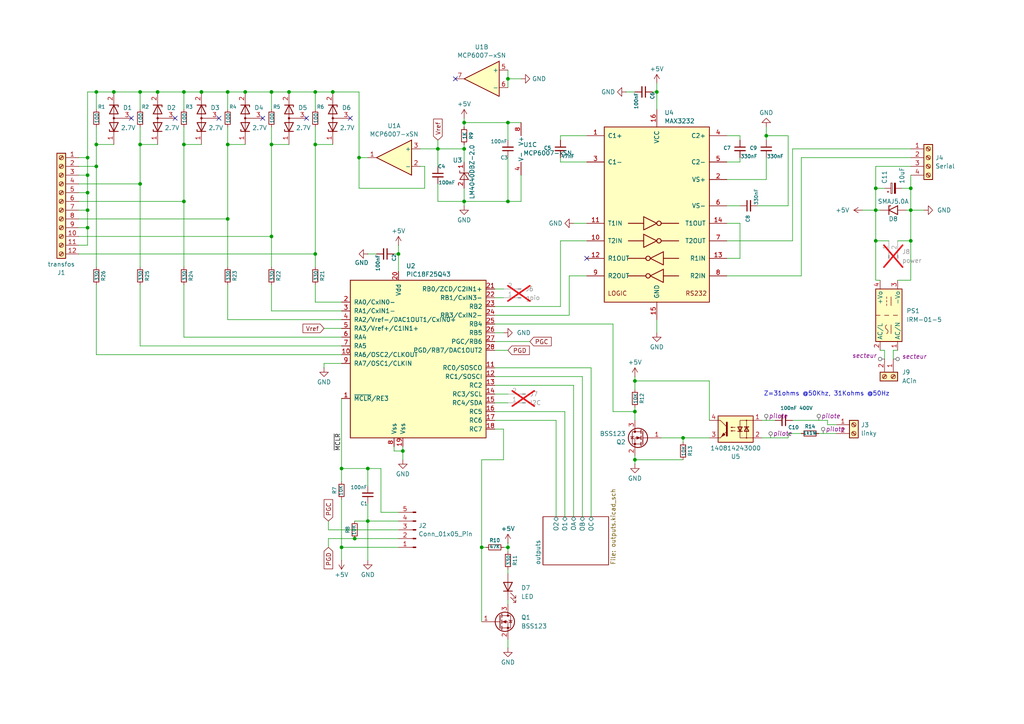
<source format=kicad_sch>
(kicad_sch (version 20231120) (generator "eeschema") (generator_version "8.0")
  (paper "A4")
  (junction (at 53.34 26.67))
  (junction (at 254 69.85))
  (junction (at 190.5 26.67))
  (junction (at 40.64 53.34))
  (junction (at 264.16 54.61))
  (junction (at 25.4 60.96))
  (junction (at 66.04 63.5))
  (junction (at 147.32 158.75))
  (junction (at 78.74 41.91))
  (junction (at 184.15 110.49))
  (junction (at 184.15 133.35))
  (junction (at 254 60.96))
  (junction (at 147.32 22.86))
  (junction (at 264.16 69.85))
  (junction (at 99.06 158.75))
  (junction (at 45.72 26.67))
  (junction (at 66.04 26.67))
  (junction (at 99.06 135.89))
  (junction (at 91.44 26.67))
  (junction (at 147.32 35.56))
  (junction (at 139.7 158.75))
  (junction (at 147.32 58.42))
  (junction (at 27.94 48.26))
  (junction (at 254 54.61))
  (junction (at 25.4 55.88))
  (junction (at 66.04 41.91))
  (junction (at 25.4 66.04))
  (junction (at 40.64 26.67))
  (junction (at 25.4 45.72))
  (junction (at 106.68 135.89))
  (junction (at 53.34 41.91))
  (junction (at 106.68 151.13))
  (junction (at 91.44 41.91))
  (junction (at 127 43.18))
  (junction (at 83.82 26.67))
  (junction (at 78.74 26.67))
  (junction (at 27.94 41.91))
  (junction (at 116.84 130.81))
  (junction (at 198.12 127))
  (junction (at 91.44 73.66))
  (junction (at 71.12 26.67))
  (junction (at 184.15 119.38))
  (junction (at 27.94 26.67))
  (junction (at 25.4 50.8))
  (junction (at 96.52 26.67))
  (junction (at 58.42 26.67))
  (junction (at 115.57 73.66))
  (junction (at 40.64 41.91))
  (junction (at 53.34 58.42))
  (junction (at 222.25 39.37))
  (junction (at 78.74 68.58))
  (junction (at 134.62 43.18))
  (junction (at 104.14 45.72))
  (junction (at 134.62 58.42))
  (junction (at 134.62 35.56))
  (junction (at 33.02 26.67))
  (junction (at 264.16 60.96))
  (junction (at 102.87 156.21))
  (no_connect (at 88.9 34.29))
  (no_connect (at 63.5 34.29))
  (no_connect (at 38.1 34.29))
  (no_connect (at 132.08 22.86))
  (no_connect (at 170.18 74.93))
  (no_connect (at 101.6 34.29))
  (no_connect (at 76.2 34.29))
  (no_connect (at 50.8 34.29))
  (wire (pts (xy 161.29 121.92) (xy 161.29 149.86)))
  (wire (pts (xy 99.06 102.87) (xy 27.94 102.87)))
  (wire (pts (xy 254 69.85) (xy 254 60.96)))
  (wire (pts (xy 99.06 135.89) (xy 99.06 115.57)))
  (wire (pts (xy 25.4 45.72) (xy 25.4 50.8)))
  (wire (pts (xy 71.12 26.67) (xy 78.74 26.67)))
  (wire (pts (xy 91.44 87.63) (xy 91.44 82.55)))
  (wire (pts (xy 229.87 43.18) (xy 229.87 69.85)))
  (wire (pts (xy 262.89 60.96) (xy 264.16 60.96)))
  (wire (pts (xy 190.5 26.67) (xy 190.5 31.75)))
  (wire (pts (xy 106.68 135.89) (xy 106.68 140.97)))
  (wire (pts (xy 58.42 41.91) (xy 53.34 41.91)))
  (wire (pts (xy 151.13 35.56) (xy 147.32 35.56)))
  (wire (pts (xy 228.6 59.69) (xy 228.6 39.37)))
  (wire (pts (xy 232.41 80.01) (xy 210.82 80.01)))
  (wire (pts (xy 147.32 35.56) (xy 147.32 40.64)))
  (wire (pts (xy 106.68 151.13) (xy 106.68 162.56)))
  (wire (pts (xy 143.51 83.82) (xy 146.05 83.82)))
  (wire (pts (xy 139.7 158.75) (xy 139.7 133.35)))
  (wire (pts (xy 27.94 102.87) (xy 27.94 82.55)))
  (wire (pts (xy 229.87 69.85) (xy 210.82 69.85)))
  (wire (pts (xy 95.25 158.75) (xy 95.25 156.21)))
  (wire (pts (xy 147.32 173.99) (xy 147.32 175.26)))
  (wire (pts (xy 95.25 156.21) (xy 102.87 156.21)))
  (wire (pts (xy 22.86 55.88) (xy 25.4 55.88)))
  (wire (pts (xy 260.35 69.85) (xy 264.16 69.85)))
  (wire (pts (xy 91.44 73.66) (xy 91.44 41.91)))
  (wire (pts (xy 166.37 149.86) (xy 166.37 111.76)))
  (wire (pts (xy 58.42 26.67) (xy 53.34 26.67)))
  (wire (pts (xy 27.94 36.83) (xy 27.94 41.91)))
  (wire (pts (xy 147.32 45.72) (xy 147.32 58.42)))
  (wire (pts (xy 127 58.42) (xy 134.62 58.42)))
  (wire (pts (xy 264.16 69.85) (xy 264.16 81.28)))
  (wire (pts (xy 134.62 58.42) (xy 134.62 59.69)))
  (wire (pts (xy 143.51 119.38) (xy 163.83 119.38)))
  (wire (pts (xy 210.82 59.69) (xy 214.63 59.69)))
  (wire (pts (xy 222.25 45.72) (xy 222.25 52.07)))
  (wire (pts (xy 127 48.26) (xy 127 43.18)))
  (wire (pts (xy 214.63 46.99) (xy 214.63 45.72)))
  (wire (pts (xy 104.14 45.72) (xy 106.68 45.72)))
  (wire (pts (xy 165.1 80.01) (xy 170.18 80.01)))
  (wire (pts (xy 143.51 121.92) (xy 161.29 121.92)))
  (wire (pts (xy 228.6 127) (xy 220.98 127)))
  (wire (pts (xy 99.06 97.79) (xy 53.34 97.79)))
  (wire (pts (xy 143.51 93.98) (xy 177.8 93.98)))
  (wire (pts (xy 53.34 58.42) (xy 53.34 41.91)))
  (wire (pts (xy 104.14 45.72) (xy 104.14 26.67)))
  (wire (pts (xy 115.57 73.66) (xy 115.57 78.74)))
  (wire (pts (xy 259.08 104.14) (xy 259.08 101.6)))
  (wire (pts (xy 22.86 58.42) (xy 53.34 58.42)))
  (wire (pts (xy 240.03 121.92) (xy 240.03 123.19)))
  (wire (pts (xy 91.44 36.83) (xy 91.44 41.91)))
  (wire (pts (xy 254 69.85) (xy 257.81 69.85)))
  (wire (pts (xy 147.32 165.1) (xy 147.32 166.37)))
  (wire (pts (xy 210.82 39.37) (xy 214.63 39.37)))
  (wire (pts (xy 162.56 45.72) (xy 162.56 46.99)))
  (wire (pts (xy 168.91 109.22) (xy 143.51 109.22)))
  (wire (pts (xy 232.41 125.73) (xy 228.6 125.73)))
  (wire (pts (xy 191.77 127) (xy 198.12 127)))
  (wire (pts (xy 99.06 135.89) (xy 106.68 135.89)))
  (wire (pts (xy 214.63 39.37) (xy 214.63 40.64)))
  (wire (pts (xy 121.92 43.18) (xy 127 43.18)))
  (wire (pts (xy 162.56 39.37) (xy 162.56 40.64)))
  (wire (pts (xy 254 48.26) (xy 264.16 48.26)))
  (wire (pts (xy 147.32 158.75) (xy 146.05 158.75)))
  (wire (pts (xy 198.12 133.35) (xy 184.15 133.35)))
  (wire (pts (xy 198.12 127) (xy 205.74 127)))
  (wire (pts (xy 163.83 119.38) (xy 163.83 149.86)))
  (wire (pts (xy 205.74 110.49) (xy 184.15 110.49)))
  (wire (pts (xy 214.63 74.93) (xy 214.63 64.77)))
  (wire (pts (xy 25.4 60.96) (xy 25.4 66.04)))
  (wire (pts (xy 91.44 26.67) (xy 91.44 31.75)))
  (wire (pts (xy 134.62 34.29) (xy 134.62 35.56)))
  (wire (pts (xy 205.74 121.92) (xy 205.74 110.49)))
  (wire (pts (xy 240.03 123.19) (xy 242.57 123.19)))
  (wire (pts (xy 198.12 127) (xy 198.12 128.27)))
  (wire (pts (xy 147.32 157.48) (xy 147.32 158.75)))
  (wire (pts (xy 165.1 91.44) (xy 165.1 80.01)))
  (wire (pts (xy 254 54.61) (xy 254 48.26)))
  (wire (pts (xy 264.16 50.8) (xy 264.16 54.61)))
  (wire (pts (xy 229.87 121.92) (xy 240.03 121.92)))
  (wire (pts (xy 27.94 77.47) (xy 27.94 48.26)))
  (wire (pts (xy 147.32 158.75) (xy 147.32 160.02)))
  (wire (pts (xy 237.49 125.73) (xy 242.57 125.73)))
  (wire (pts (xy 143.51 99.06) (xy 153.67 99.06)))
  (wire (pts (xy 53.34 36.83) (xy 53.34 41.91)))
  (wire (pts (xy 40.64 26.67) (xy 40.64 31.75)))
  (wire (pts (xy 143.51 88.9) (xy 162.56 88.9)))
  (wire (pts (xy 147.32 20.32) (xy 147.32 22.86)))
  (wire (pts (xy 147.32 22.86) (xy 151.13 22.86)))
  (wire (pts (xy 40.64 100.33) (xy 40.64 82.55)))
  (wire (pts (xy 93.98 95.25) (xy 99.06 95.25)))
  (wire (pts (xy 170.18 39.37) (xy 162.56 39.37)))
  (wire (pts (xy 109.22 73.66) (xy 106.68 73.66)))
  (wire (pts (xy 143.51 114.3) (xy 147.32 114.3)))
  (wire (pts (xy 177.8 119.38) (xy 184.15 119.38)))
  (wire (pts (xy 71.12 41.91) (xy 66.04 41.91)))
  (wire (pts (xy 146.05 124.46) (xy 143.51 124.46)))
  (wire (pts (xy 140.97 158.75) (xy 139.7 158.75)))
  (wire (pts (xy 45.72 26.67) (xy 40.64 26.67)))
  (wire (pts (xy 40.64 77.47) (xy 40.64 53.34)))
  (wire (pts (xy 264.16 81.28) (xy 260.35 81.28)))
  (wire (pts (xy 210.82 74.93) (xy 214.63 74.93)))
  (wire (pts (xy 134.62 43.18) (xy 134.62 46.99)))
  (wire (pts (xy 114.3 130.81) (xy 116.84 130.81)))
  (wire (pts (xy 104.14 54.61) (xy 123.19 54.61)))
  (wire (pts (xy 177.8 93.98) (xy 177.8 119.38)))
  (wire (pts (xy 102.87 151.13) (xy 106.68 151.13)))
  (wire (pts (xy 83.82 41.91) (xy 78.74 41.91)))
  (wire (pts (xy 162.56 69.85) (xy 170.18 69.85)))
  (wire (pts (xy 166.37 111.76) (xy 143.51 111.76)))
  (wire (pts (xy 123.19 48.26) (xy 123.19 54.61)))
  (wire (pts (xy 134.62 58.42) (xy 134.62 54.61)))
  (wire (pts (xy 147.32 185.42) (xy 147.32 187.96)))
  (wire (pts (xy 95.25 151.13) (xy 95.25 153.67)))
  (wire (pts (xy 25.4 26.67) (xy 25.4 45.72)))
  (wire (pts (xy 184.15 118.11) (xy 184.15 119.38)))
  (wire (pts (xy 99.06 158.75) (xy 99.06 162.56)))
  (wire (pts (xy 256.54 101.6) (xy 255.27 101.6)))
  (wire (pts (xy 264.16 69.85) (xy 264.16 60.96)))
  (wire (pts (xy 184.15 119.38) (xy 184.15 121.92)))
  (wire (pts (xy 151.13 50.8) (xy 151.13 58.42)))
  (wire (pts (xy 53.34 97.79) (xy 53.34 82.55)))
  (wire (pts (xy 143.51 86.36) (xy 146.05 86.36)))
  (wire (pts (xy 102.87 156.21) (xy 115.57 156.21)))
  (wire (pts (xy 256.54 104.14) (xy 256.54 101.6)))
  (wire (pts (xy 22.86 66.04) (xy 25.4 66.04)))
  (wire (pts (xy 115.57 73.66) (xy 114.3 73.66)))
  (wire (pts (xy 25.4 71.12) (xy 22.86 71.12)))
  (wire (pts (xy 184.15 132.08) (xy 184.15 133.35)))
  (wire (pts (xy 184.15 133.35) (xy 184.15 134.62)))
  (wire (pts (xy 261.62 54.61) (xy 264.16 54.61)))
  (wire (pts (xy 53.34 26.67) (xy 53.34 31.75)))
  (wire (pts (xy 71.12 26.67) (xy 66.04 26.67)))
  (wire (pts (xy 106.68 151.13) (xy 115.57 151.13)))
  (wire (pts (xy 254 81.28) (xy 255.27 81.28)))
  (wire (pts (xy 146.05 133.35) (xy 146.05 124.46)))
  (wire (pts (xy 96.52 41.91) (xy 91.44 41.91)))
  (wire (pts (xy 99.06 92.71) (xy 66.04 92.71)))
  (wire (pts (xy 222.25 52.07) (xy 210.82 52.07)))
  (wire (pts (xy 40.64 53.34) (xy 40.64 41.91)))
  (wire (pts (xy 190.5 92.71) (xy 190.5 96.52)))
  (wire (pts (xy 127 43.18) (xy 134.62 43.18)))
  (wire (pts (xy 115.57 158.75) (xy 99.06 158.75)))
  (wire (pts (xy 40.64 36.83) (xy 40.64 41.91)))
  (wire (pts (xy 22.86 50.8) (xy 25.4 50.8)))
  (wire (pts (xy 78.74 68.58) (xy 78.74 41.91)))
  (wire (pts (xy 134.62 35.56) (xy 134.62 36.83)))
  (wire (pts (xy 143.51 116.84) (xy 147.32 116.84)))
  (wire (pts (xy 210.82 46.99) (xy 214.63 46.99)))
  (wire (pts (xy 228.6 39.37) (xy 222.25 39.37)))
  (wire (pts (xy 99.06 90.17) (xy 78.74 90.17)))
  (wire (pts (xy 143.51 101.6) (xy 147.32 101.6)))
  (wire (pts (xy 264.16 54.61) (xy 264.16 60.96)))
  (wire (pts (xy 219.71 59.69) (xy 228.6 59.69)))
  (wire (pts (xy 134.62 41.91) (xy 134.62 43.18)))
  (wire (pts (xy 254 69.85) (xy 254 81.28)))
  (wire (pts (xy 114.3 129.54) (xy 114.3 130.81)))
  (wire (pts (xy 184.15 110.49) (xy 184.15 113.03)))
  (wire (pts (xy 66.04 63.5) (xy 66.04 41.91)))
  (wire (pts (xy 162.56 69.85) (xy 162.56 88.9)))
  (wire (pts (xy 222.25 39.37) (xy 222.25 40.64)))
  (wire (pts (xy 259.08 101.6) (xy 260.35 101.6)))
  (wire (pts (xy 96.52 26.67) (xy 91.44 26.67)))
  (wire (pts (xy 83.82 26.67) (xy 91.44 26.67)))
  (wire (pts (xy 143.51 91.44) (xy 165.1 91.44)))
  (wire (pts (xy 22.86 68.58) (xy 78.74 68.58)))
  (wire (pts (xy 121.92 48.26) (xy 123.19 48.26)))
  (wire (pts (xy 22.86 48.26) (xy 27.94 48.26)))
  (wire (pts (xy 95.25 153.67) (xy 115.57 153.67)))
  (wire (pts (xy 254 54.61) (xy 256.54 54.61)))
  (wire (pts (xy 116.84 130.81) (xy 116.84 133.35)))
  (wire (pts (xy 228.6 125.73) (xy 228.6 127)))
  (wire (pts (xy 78.74 26.67) (xy 83.82 26.67)))
  (wire (pts (xy 93.98 105.41) (xy 99.06 105.41)))
  (wire (pts (xy 222.25 36.83) (xy 222.25 39.37)))
  (wire (pts (xy 22.86 63.5) (xy 66.04 63.5)))
  (wire (pts (xy 134.62 58.42) (xy 147.32 58.42)))
  (wire (pts (xy 162.56 46.99) (xy 170.18 46.99)))
  (wire (pts (xy 27.94 26.67) (xy 27.94 31.75)))
  (wire (pts (xy 45.72 41.91) (xy 40.64 41.91)))
  (wire (pts (xy 45.72 26.67) (xy 53.34 26.67)))
  (wire (pts (xy 134.62 35.56) (xy 147.32 35.56)))
  (wire (pts (xy 116.84 129.54) (xy 116.84 130.81)))
  (wire (pts (xy 66.04 92.71) (xy 66.04 82.55)))
  (wire (pts (xy 190.5 24.13) (xy 190.5 26.67)))
  (wire (pts (xy 96.52 26.67) (xy 104.14 26.67)))
  (wire (pts (xy 264.16 45.72) (xy 232.41 45.72)))
  (wire (pts (xy 104.14 54.61) (xy 104.14 45.72)))
  (wire (pts (xy 22.86 45.72) (xy 25.4 45.72)))
  (wire (pts (xy 171.45 106.68) (xy 143.51 106.68)))
  (wire (pts (xy 22.86 73.66) (xy 91.44 73.66)))
  (wire (pts (xy 33.02 26.67) (xy 40.64 26.67)))
  (wire (pts (xy 147.32 22.86) (xy 147.32 25.4)))
  (wire (pts (xy 25.4 66.04) (xy 25.4 71.12)))
  (wire (pts (xy 22.86 53.34) (xy 40.64 53.34)))
  (wire (pts (xy 127 40.64) (xy 127 43.18)))
  (wire (pts (xy 168.91 149.86) (xy 168.91 109.22)))
  (wire (pts (xy 78.74 77.47) (xy 78.74 68.58)))
  (wire (pts (xy 151.13 58.42) (xy 147.32 58.42)))
  (wire (pts (xy 33.02 41.91) (xy 27.94 41.91)))
  (wire (pts (xy 53.34 77.47) (xy 53.34 58.42)))
  (wire (pts (xy 127 53.34) (xy 127 58.42)))
  (wire (pts (xy 106.68 146.05) (xy 106.68 151.13)))
  (wire (pts (xy 214.63 64.77) (xy 210.82 64.77)))
  (wire (pts (xy 232.41 45.72) (xy 232.41 80.01)))
  (wire (pts (xy 250.19 60.96) (xy 254 60.96)))
  (wire (pts (xy 93.98 106.68) (xy 93.98 105.41)))
  (wire (pts (xy 181.61 26.67) (xy 184.15 26.67)))
  (wire (pts (xy 99.06 100.33) (xy 40.64 100.33)))
  (wire (pts (xy 91.44 77.47) (xy 91.44 73.66)))
  (wire (pts (xy 66.04 26.67) (xy 66.04 31.75)))
  (wire (pts (xy 66.04 36.83) (xy 66.04 41.91)))
  (wire (pts (xy 143.51 96.52) (xy 146.05 96.52)))
  (wire (pts (xy 115.57 148.59) (xy 110.49 148.59)))
  (wire (pts (xy 110.49 148.59) (xy 110.49 135.89)))
  (wire (pts (xy 115.57 71.12) (xy 115.57 73.66)))
  (wire (pts (xy 78.74 36.83) (xy 78.74 41.91)))
  (wire (pts (xy 99.06 135.89) (xy 99.06 139.7)))
  (wire (pts (xy 139.7 158.75) (xy 139.7 180.34)))
  (wire (pts (xy 106.68 135.89) (xy 110.49 135.89)))
  (wire (pts (xy 264.16 43.18) (xy 229.87 43.18)))
  (wire (pts (xy 22.86 60.96) (xy 25.4 60.96)))
  (wire (pts (xy 220.98 121.92) (xy 224.79 121.92)))
  (wire (pts (xy 66.04 77.47) (xy 66.04 63.5)))
  (wire (pts (xy 189.23 26.67) (xy 190.5 26.67)))
  (wire (pts (xy 171.45 149.86) (xy 171.45 106.68)))
  (wire (pts (xy 25.4 26.67) (xy 27.94 26.67)))
  (wire (pts (xy 267.97 60.96) (xy 264.16 60.96)))
  (wire (pts (xy 58.42 26.67) (xy 66.04 26.67)))
  (wire (pts (xy 27.94 48.26) (xy 27.94 41.91)))
  (wire (pts (xy 184.15 109.22) (xy 184.15 110.49)))
  (wire (pts (xy 99.06 87.63) (xy 91.44 87.63)))
  (wire (pts (xy 139.7 133.35) (xy 146.05 133.35)))
  (wire (pts (xy 254 60.96) (xy 254 54.61)))
  (wire (pts (xy 25.4 55.88) (xy 25.4 60.96)))
  (wire (pts (xy 78.74 90.17) (xy 78.74 82.55)))
  (wire (pts (xy 166.37 64.77) (xy 170.18 64.77)))
  (wire (pts (xy 78.74 26.67) (xy 78.74 31.75)))
  (wire (pts (xy 99.06 144.78) (xy 99.06 158.75)))
  (wire (pts (xy 254 60.96) (xy 255.27 60.96)))
  (wire (pts (xy 25.4 50.8) (xy 25.4 55.88)))
  (wire (pts (xy 33.02 26.67) (xy 27.94 26.67)))
  (text "Z=31ohms @50Khz, 31Kohms @50Hz" (at 239.776 114.3 0) (effects (font (size 1.27 1.27))))
  (label "~{MCLR}" (at 99.06 130.81 90))
  (global_label "Vref" (shape input) (at 127 40.64 90) (property "Intersheetrefs" "${INTERSHEET_REFS}" (effects (hide yes))))
  (global_label "PGD" (shape input) (at 95.25 158.75 270) (property "Intersheetrefs" "${INTERSHEET_REFS}" (effects (hide yes))))
  (global_label "Vref" (shape input) (at 93.98 95.25 180) (property "Intersheetrefs" "${INTERSHEET_REFS}" (effects (hide yes))))
  (global_label "PGD" (shape input) (at 147.32 101.6 0) (property "Intersheetrefs" "${INTERSHEET_REFS}" (effects (hide yes))))
  (global_label "PGC" (shape input) (at 153.67 99.06 0) (property "Intersheetrefs" "${INTERSHEET_REFS}" (effects (hide yes))))
  (global_label "PGC" (shape input) (at 95.25 151.13 90) (property "Intersheetrefs" "${INTERSHEET_REFS}" (effects (hide yes))))
  (netclass_flag "" (length 1.27) (shape round) (at 238.76 125.73 0) (property "Netclass" "pilote" (at 239.4585 124.46 0) (effects (font (italic yes)) (justify left))))
  (netclass_flag "" (length 1.27) (shape round) (at 259.08 104.14 270) (property "Netclass" "secteur" (at 261.62 103.378 0) (effects (font (italic yes)) (justify left))))
  (netclass_flag "" (length 1.27) (shape round) (at 222.25 121.92 0) (property "Netclass" "pilote" (at 222.9485 120.65 0) (effects (font (italic yes)) (justify left))))
  (netclass_flag "" (length 1.27) (shape round) (at 256.54 104.14 90) (property "Netclass" "secteur" (at 247.142 103.124 0) (effects (font (italic yes)) (justify left))))
  (netclass_flag "" (length 1.27) (shape round) (at 237.49 121.92 0) (property "Netclass" "pilote" (at 238.1885 120.65 0) (effects (font (italic yes)) (justify left))))
  (netclass_flag "" (length 1.27) (shape round) (at 223.52 127 0) (property "Netclass" "pilote" (at 224.2185 125.73 0) (effects (font (italic yes)) (justify left))))
  (symbol (lib_id "Interface_UART:MAX3232") (at 190.5 62.23 0) (unit 1)
    (property "Reference" "U4" (at 192.6941 32.6855 0) (effects (justify left)))
    (property "Value" "MAX3232" (at 192.6941 35.1098 0) (effects (justify left)))
    (property "Footprint" "Package_SO:SOIC-16_3.9x9.9mm_P1.27mm" (effects (hide yes)))
    (property "Datasheet" "https://datasheets.maximintegrated.com/en/ds/MAX3222-MAX3241.pdf" (effects (hide yes)))
    (property "Description" "3.0V to 5.5V, Low-Power, up to 1Mbps, True RS-232 Transceivers Using Four 0.1μF External Capacitors" (effects (hide yes)))
    (property "P/N" "MAX3232CDR" (effects (hide yes)))
  )
  (symbol (lib_id "Amplifier_Operational:MCP6002-xSN") (at 114.3 45.72 0) (mirror y) (unit 1)
    (property "Reference" "U1" (at 114.3 36.4955 0))
    (property "Value" "MCP6007-xSN" (at 114.3 38.9198 0))
    (property "Footprint" "Package_SO:SOIC-8_3.9x4.9mm_P1.27mm" (effects (hide yes)))
    (property "Datasheet" "http://ww1.microchip.com/downloads/en/DeviceDoc/21733j.pdf" (effects (hide yes)))
    (property "Description" "1MHz, Low-Power Op Amp, SOIC-8" (effects (hide yes)))
    (property "P/N" "MCP6007-xSN (stock)" (effects (hide yes)))
  )
  (symbol (lib_id "Amplifier_Operational:MCP6002-xSN") (at 148.59 43.18 0) (mirror y) (unit 3)
    (property "Reference" "U1" (at 151.765 41.9678 0) (effects (justify right)))
    (property "Value" "MCP6007-xSN" (at 151.765 44.3921 0) (effects (justify right)))
    (property "Footprint" "Package_SO:SOIC-8_3.9x4.9mm_P1.27mm" (effects (hide yes)))
    (property "Datasheet" "http://ww1.microchip.com/downloads/en/DeviceDoc/21733j.pdf" (effects (hide yes)))
    (property "Description" "1MHz, Low-Power Op Amp, SOIC-8" (effects (hide yes)))
    (property "P/N" "MCP6007-xSN (stock)" (effects (hide yes)))
  )
  (symbol (lib_id "Device:D_Zener_Dual_CommonAnode_KKA") (at 45.72 34.29 90) (unit 1)
    (property "Reference" "D2" (at 51.054 31.242 90) (effects (justify left)))
    (property "Value" "2.7V" (at 52.07 37.084 90) (effects (justify left)))
    (property "Footprint" "Package_TO_SOT_SMD:SOT-23_Handsoldering" (effects (hide yes)))
    (property "Description" "Dual Zener diode, common anode on pin 3" (effects (hide yes)))
    (property "P/N" "BZB84-B2V7" (effects (hide yes)))
  )
  (symbol (lib_id "power:GND") (at 93.98 106.68 0) (unit 1)
    (property "Reference" "#PWR020" (effects (hide yes)))
    (property "Value" "GND" (at 93.98 110.8131 0))
    (property "Description" "Power symbol creates a global label with name \"GND\" , ground" (effects (hide yes)))
  )
  (symbol (lib_id "power:+5V") (at 250.19 60.96 90) (unit 1)
    (property "Reference" "#PWR018" (effects (hide yes)))
    (property "Value" "+5V" (at 246.38 60.9599 90) (effects (justify left)))
    (property "Description" "Power symbol creates a global label with name \"+5V\"" (effects (hide yes)))
  )
  (symbol (lib_id "microchip-local:PIC18F25Q43") (at 123.19 104.14 0) (unit 1)
    (property "Reference" "U2" (at 117.7641 77.1355 0) (effects (justify left)))
    (property "Value" "PIC18F25Q43" (at 117.7641 79.5598 0) (effects (justify left)))
    (property "Footprint" "Package_SO:SOIC-28W_7.5x18.7mm_P1.27mm" (effects (hide yes)))
    (property "Description" "16K Flash, 1KByte RAM, PIC18 Microcontroller ADC PWM SPI I2C USART in SSOP28 package" (effects (hide yes)))
    (property "P/N" "PIC18F25Q43-I/SO" (effects (hide yes)))
  )
  (symbol (lib_id "Connector:Screw_Terminal_01x04") (at 269.24 45.72 0) (unit 1)
    (property "Reference" "J4" (at 271.272 45.7778 0) (effects (justify left)))
    (property "Value" "Serial" (at 271.272 48.2021 0) (effects (justify left)))
    (property "Footprint" "Connector_Phoenix_MC:PhoenixContact_MCV_1,5_4-G-3.5_1x04_P3.50mm_Vertical" (effects (hide yes)))
    (property "Description" "Generic screw terminal, single row, 01x04, script generated (kicad-library-utils/schlib/autogen/connector/)" (effects (hide yes)))
    (property "P/N" "YO0201500000G x2" (effects (hide yes)))
  )
  (symbol (lib_id "Connector:Conn_01x02_Pin") (at 152.4 116.84 180) (unit 1) (in_bom no) (dnp yes)
    (property "Reference" "J7" (at 153.67 114.2999 0) (effects (justify right)))
    (property "Value" "I2C" (at 153.67 116.8399 0) (effects (justify right)))
    (property "Footprint" "Connector_PinHeader_2.54mm:PinHeader_1x02_P2.54mm_Vertical_SMD_Pin1Left" (effects (hide yes)))
    (property "Description" "Generic connector, single row, 01x02, script generated" (effects (hide yes)))
    (property "P/N" "N/A" (effects (hide yes)))
  )
  (symbol (lib_id "power:GND") (at 146.05 96.52 90) (unit 1)
    (property "Reference" "#PWR021" (effects (hide yes)))
    (property "Value" "GND" (at 149.86 96.5199 90) (effects (justify right)))
    (property "Description" "Power symbol creates a global label with name \"GND\" , ground" (effects (hide yes)))
  )
  (symbol (lib_id "Device:R_Small") (at 102.87 153.67 180) (unit 1)
    (property "Reference" "R8" (at 100.838 153.67 90) (effects (font (size 1.016 1.016))))
    (property "Value" "10K" (at 102.6922 153.6954 90) (effects (font (size 1.016 1.016))))
    (property "Footprint" "Resistor_SMD:R_0805_2012Metric_Pad1.20x1.40mm_HandSolder" (effects (hide yes)))
    (property "Description" "Resistor, small symbol" (effects (hide yes)))
    (property "P/N" "stock" (effects (hide yes)))
  )
  (symbol (lib_id "Device:C_Small") (at 162.56 43.18 0) (unit 1)
    (property "Reference" "C5" (at 157.734 42.926 0) (effects (font (size 1.016 1.016)) (justify left)))
    (property "Value" "47nF" (at 162.7124 45.339 0) (effects (font (size 1.016 1.016)) (justify left)))
    (property "Footprint" "Capacitor_SMD:C_0603_1608Metric_Pad1.08x0.95mm_HandSolder" (effects (hide yes)))
    (property "Description" "Unpolarized capacitor, small symbol" (effects (hide yes)))
    (property "P/N" "C0603C473K5RACTU" (effects (hide yes)))
  )
  (symbol (lib_id "power:GND") (at 222.25 36.83 180) (unit 1)
    (property "Reference" "#PWR017" (effects (hide yes)))
    (property "Value" "GND" (at 222.25 32.6969 0))
    (property "Description" "Power symbol creates a global label with name \"GND\" , ground" (effects (hide yes)))
  )
  (symbol (lib_id "power:GND") (at 184.15 134.62 0) (unit 1)
    (property "Reference" "#PWR014" (effects (hide yes)))
    (property "Value" "GND" (at 184.15 138.7531 0))
    (property "Description" "Power symbol creates a global label with name \"GND\" , ground" (effects (hide yes)))
  )
  (symbol (lib_id "Connector:Conn_01x02_Pin") (at 151.13 86.36 180) (unit 1) (in_bom no) (dnp yes)
    (property "Reference" "J6" (at 152.4 83.8199 0) (effects (justify right)))
    (property "Value" "gpio" (at 152.4 86.3599 0) (effects (justify right)))
    (property "Footprint" "Connector_PinHeader_2.54mm:PinHeader_1x02_P2.54mm_Vertical_SMD_Pin1Left" (effects (hide yes)))
    (property "Description" "Generic connector, single row, 01x02, script generated" (effects (hide yes)))
    (property "P/N" "N/A" (effects (hide yes)))
  )
  (symbol (lib_id "Device:R_Small") (at 147.32 162.56 0) (unit 1)
    (property "Reference" "R11" (at 149.352 162.56 90) (effects (font (size 1.016 1.016))))
    (property "Value" "330" (at 147.4978 162.5346 90) (effects (font (size 1.016 1.016))))
    (property "Footprint" "Resistor_SMD:R_0805_2012Metric_Pad1.20x1.40mm_HandSolder" (effects (hide yes)))
    (property "Description" "Resistor, small symbol" (effects (hide yes)))
    (property "P/N" "stock ?" (effects (hide yes)))
  )
  (symbol (lib_id "power:GND") (at 106.68 73.66 270) (unit 1)
    (property "Reference" "#PWR02" (effects (hide yes)))
    (property "Value" "GND" (at 106.934 76.2 90) (effects (justify right)))
    (property "Description" "Power symbol creates a global label with name \"GND\" , ground" (effects (hide yes)))
  )
  (symbol (lib_id "Device:R_Small") (at 91.44 80.01 0) (unit 1)
    (property "Reference" "R21" (at 93.472 80.01 90) (effects (font (size 1.016 1.016))))
    (property "Value" "330" (at 91.6178 79.9846 90) (effects (font (size 1.016 1.016))))
    (property "Footprint" "Resistor_SMD:R_0805_2012Metric_Pad1.20x1.40mm_HandSolder" (effects (hide yes)))
    (property "Description" "Resistor, small symbol" (effects (hide yes)))
    (property "P/N" "stock ?" (effects (hide yes)))
  )
  (symbol (lib_id "Device:C_Small") (at 111.76 73.66 270) (unit 1)
    (property "Reference" "C2" (at 114.3 73.66 0) (effects (font (size 1.016 1.016)) (justify left)))
    (property "Value" "100nF" (at 109.601 73.8124 0) (effects (font (size 1.016 1.016)) (justify left)))
    (property "Footprint" "Capacitor_SMD:C_0603_1608Metric_Pad1.08x0.95mm_HandSolder" (effects (hide yes)))
    (property "Description" "Unpolarized capacitor, small symbol" (effects (hide yes)))
    (property "P/N" "stock" (effects (hide yes)))
  )
  (symbol (lib_id "Device:R_Small") (at 99.06 142.24 180) (unit 1)
    (property "Reference" "R7" (at 97.028 142.24 90) (effects (font (size 1.016 1.016))))
    (property "Value" "10K" (at 98.8822 142.2654 90) (effects (font (size 1.016 1.016))))
    (property "Footprint" "Resistor_SMD:R_0805_2012Metric_Pad1.20x1.40mm_HandSolder" (effects (hide yes)))
    (property "Description" "Resistor, small symbol" (effects (hide yes)))
    (property "P/N" "stock" (effects (hide yes)))
  )
  (symbol (lib_id "Device:R_Small") (at 78.74 80.01 0) (unit 1)
    (property "Reference" "R22" (at 80.772 80.01 90) (effects (font (size 1.016 1.016))))
    (property "Value" "330" (at 78.9178 79.9846 90) (effects (font (size 1.016 1.016))))
    (property "Footprint" "Resistor_SMD:R_0805_2012Metric_Pad1.20x1.40mm_HandSolder" (effects (hide yes)))
    (property "Description" "Resistor, small symbol" (effects (hide yes)))
    (property "P/N" "stock ?" (effects (hide yes)))
  )
  (symbol (lib_id "Device:D_Zener_Dual_CommonAnode_KKA") (at 96.52 34.29 90) (unit 1)
    (property "Reference" "D6" (at 101.854 31.242 90) (effects (justify left)))
    (property "Value" "2.7V" (at 102.87 37.084 90) (effects (justify left)))
    (property "Footprint" "Package_TO_SOT_SMD:SOT-23_Handsoldering" (effects (hide yes)))
    (property "Description" "Dual Zener diode, common anode on pin 3" (effects (hide yes)))
    (property "P/N" "BZB84-B2V7" (effects (hide yes)))
  )
  (symbol (lib_id "power:GND") (at 147.32 187.96 0) (unit 1)
    (property "Reference" "#PWR010" (effects (hide yes)))
    (property "Value" "GND" (at 147.32 192.0931 0))
    (property "Description" "Power symbol creates a global label with name \"GND\" , ground" (effects (hide yes)))
  )
  (symbol (lib_id "Device:R_Small") (at 234.95 125.73 90) (unit 1)
    (property "Reference" "R14" (at 234.95 123.698 90) (effects (font (size 1.016 1.016))))
    (property "Value" "1k1W" (at 234.9246 125.5522 90) (effects (font (size 1.016 1.016))))
    (property "Footprint" "Resistor_SMD:R_2512_6332Metric_Pad1.40x3.35mm_HandSolder" (effects (hide yes)))
    (property "Description" "Resistor, small symbol" (effects (hide yes)))
    (property "P/N" "CRCW25121K00FKEG" (effects (hide yes)))
  )
  (symbol (lib_id "Device:R_Small") (at 27.94 80.01 0) (unit 1)
    (property "Reference" "R26" (at 29.972 80.01 90) (effects (font (size 1.016 1.016))))
    (property "Value" "330" (at 28.1178 79.9846 90) (effects (font (size 1.016 1.016))))
    (property "Footprint" "Resistor_SMD:R_0805_2012Metric_Pad1.20x1.40mm_HandSolder" (effects (hide yes)))
    (property "Description" "Resistor, small symbol" (effects (hide yes)))
    (property "P/N" "stock ?" (effects (hide yes)))
  )
  (symbol (lib_id "Device:D_Zener_Dual_CommonAnode_KKA") (at 83.82 34.29 90) (unit 1)
    (property "Reference" "D5" (at 89.154 31.242 90) (effects (justify left)))
    (property "Value" "2.7V" (at 90.17 37.084 90) (effects (justify left)))
    (property "Footprint" "Package_TO_SOT_SMD:SOT-23_Handsoldering" (effects (hide yes)))
    (property "Description" "Dual Zener diode, common anode on pin 3" (effects (hide yes)))
    (property "P/N" "BZB84-B2V7" (effects (hide yes)))
  )
  (symbol (lib_id "Device:C_Small") (at 106.68 143.51 180) (unit 1)
    (property "Reference" "C1" (at 106.68 146.05 0) (effects (font (size 1.016 1.016)) (justify left)))
    (property "Value" "100nF" (at 106.5276 141.351 0) (effects (font (size 1.016 1.016)) (justify left)))
    (property "Footprint" "Capacitor_SMD:C_0603_1608Metric_Pad1.08x0.95mm_HandSolder" (effects (hide yes)))
    (property "Description" "Unpolarized capacitor, small symbol" (effects (hide yes)))
    (property "P/N" "stock" (effects (hide yes)))
  )
  (symbol (lib_id "power:GND") (at 267.97 60.96 90) (unit 1)
    (property "Reference" "#PWR019" (effects (hide yes)))
    (property "Value" "GND" (at 271.78 60.9599 90) (effects (justify right)))
    (property "Description" "Power symbol creates a global label with name \"GND\" , ground" (effects (hide yes)))
  )
  (symbol (lib_id "Device:R_Small") (at 27.94 34.29 0) (unit 1)
    (property "Reference" "R1" (at 29.464 30.988 0) (effects (font (size 1.016 1.016))))
    (property "Value" "100" (at 28.1178 34.2646 90) (effects (font (size 1.016 1.016))))
    (property "Footprint" "Resistor_SMD:R_0805_2012Metric_Pad1.20x1.40mm_HandSolder" (effects (hide yes)))
    (property "Description" "Resistor, small symbol" (effects (hide yes)))
    (property "P/N" "stock" (effects (hide yes)))
  )
  (symbol (lib_id "Diode:SMAJ5.0A") (at 259.08 60.96 0) (unit 1)
    (property "Reference" "D8" (at 259.08 63.5 0))
    (property "Value" "SMAJ5.0A" (at 259.08 58.42 0))
    (property "Footprint" "Diode_SMD:D_SMA" (effects (hide yes)))
    (property "Datasheet" "https://www.littelfuse.com/media?resourcetype=datasheets&itemid=75e32973-b177-4ee3-a0ff-cedaf1abdb93&filename=smaj-datasheet" (effects (hide yes)))
    (property "Description" "400W unidirectional Transient Voltage Suppressor, 5.0Vr, SMA(DO-214AC)" (effects (hide yes)))
    (property "P/N" "SMAJ5.0A/TR13" (effects (hide yes)))
  )
  (symbol (lib_id "Device:C_Small") (at 214.63 43.18 0) (unit 1)
    (property "Reference" "C7" (at 209.804 42.926 0) (effects (font (size 1.016 1.016)) (justify left)))
    (property "Value" "330nF" (at 214.7824 45.339 0) (effects (font (size 1.016 1.016)) (justify left)))
    (property "Footprint" "Capacitor_SMD:C_0603_1608Metric_Pad1.08x0.95mm_HandSolder" (effects (hide yes)))
    (property "Description" "Unpolarized capacitor, small symbol" (effects (hide yes)))
    (property "P/N" "CGA3E3X7R1E334M080AB" (effects (hide yes)))
  )
  (symbol (lib_id "Device:LED") (at 147.32 170.18 90) (unit 1)
    (property "Reference" "D7" (at 151.13 170.4974 90) (effects (justify right)))
    (property "Value" "LED" (at 151.13 173.0374 90) (effects (justify right)))
    (property "Footprint" "LED_SMD:LED_0603_1608Metric_Pad1.05x0.95mm_HandSolder" (effects (hide yes)))
    (property "Description" "Light emitting diode" (effects (hide yes)))
    (property "P/N" "APT1608EC (stock)" (effects (hide yes)))
  )
  (symbol (lib_id "power:GND") (at 116.84 133.35 0) (unit 1)
    (property "Reference" "#PWR06" (effects (hide yes)))
    (property "Value" "GND" (at 116.84 137.4831 0))
    (property "Description" "Power symbol creates a global label with name \"GND\" , ground" (effects (hide yes)))
  )
  (symbol (lib_id "Device:C_Small") (at 147.32 43.18 180) (unit 1)
    (property "Reference" "C3" (at 147.32 45.72 0) (effects (font (size 1.016 1.016)) (justify left)))
    (property "Value" "100nF" (at 147.1676 41.021 0) (effects (font (size 1.016 1.016)) (justify left)))
    (property "Footprint" "Capacitor_SMD:C_0603_1608Metric_Pad1.08x0.95mm_HandSolder" (effects (hide yes)))
    (property "Description" "Unpolarized capacitor, small symbol" (effects (hide yes)))
    (property "P/N" "stock" (effects (hide yes)))
  )
  (symbol (lib_id "Device:C_Small") (at 227.33 121.92 270) (unit 1)
    (property "Reference" "C10" (at 228.6 123.952 90) (effects (font (size 1.016 1.016)) (justify left)))
    (property "Value" "100nF 400V" (at 226.314 118.364 90) (effects (font (size 1.016 1.016)) (justify left)))
    (property "Footprint" "local:C_1808_4520Metric_Pad1.72x2.30mm_HandSolder" (effects (hide yes)))
    (property "Description" "Unpolarized capacitor, small symbol" (effects (hide yes)))
    (property "P/N" " C1808V104KBRACTU" (effects (hide yes)))
  )
  (symbol (lib_id "Device:R_Small") (at 40.64 34.29 0) (unit 1)
    (property "Reference" "R2" (at 42.164 30.988 0) (effects (font (size 1.016 1.016))))
    (property "Value" "100" (at 40.8178 34.2646 90) (effects (font (size 1.016 1.016))))
    (property "Footprint" "Resistor_SMD:R_0805_2012Metric_Pad1.20x1.40mm_HandSolder" (effects (hide yes)))
    (property "Description" "Resistor, small symbol" (effects (hide yes)))
    (property "P/N" "stock" (effects (hide yes)))
  )
  (symbol (lib_id "Isolator:TLP290") (at 213.36 124.46 0) (mirror y) (unit 1)
    (property "Reference" "U5" (at 213.36 132.4145 0))
    (property "Value" "140814243000" (at 213.36 129.9902 0))
    (property "Footprint" "Package_DIP:SMDIP-4_W9.53mm" (effects (hide yes)))
    (property "Datasheet" "https://toshiba.semicon-storage.com/info/docget.jsp?did=12882&prodName=TLP290" (effects (hide yes)))
    (property "Description" "AC/DC Phototransistor Optocoupler, Vce 80V, CTR 50-600%, not recommended for new designs, SOP4" (effects (hide yes)))
    (property "P/N" "140814243000" (effects (hide yes)))
  )
  (symbol (lib_id "Device:D_Zener_Dual_CommonAnode_KKA") (at 71.12 34.29 90) (unit 1)
    (property "Reference" "D4" (at 76.454 31.242 90) (effects (justify left)))
    (property "Value" "2.7V" (at 77.47 37.084 90) (effects (justify left)))
    (property "Footprint" "Package_TO_SOT_SMD:SOT-23_Handsoldering" (effects (hide yes)))
    (property "Description" "Dual Zener diode, common anode on pin 3" (effects (hide yes)))
    (property "P/N" "BZB84-B2V7" (effects (hide yes)))
  )
  (symbol (lib_id "power:+5V") (at 134.62 34.29 0) (unit 1)
    (property "Reference" "#PWR07" (effects (hide yes)))
    (property "Value" "+5V" (at 134.62 30.1569 0))
    (property "Description" "Power symbol creates a global label with name \"+5V\"" (effects (hide yes)))
  )
  (symbol (lib_id "power:GND") (at 134.62 59.69 0) (unit 1)
    (property "Reference" "#PWR08" (effects (hide yes)))
    (property "Value" "GND" (at 134.62 63.8231 0))
    (property "Description" "Power symbol creates a global label with name \"GND\" , ground" (effects (hide yes)))
  )
  (symbol (lib_id "Reference_Voltage:LM4040DBZ-2.0") (at 134.62 50.8 90) (unit 1)
    (property "Reference" "U3" (at 131.318 46.482 90) (effects (justify right)))
    (property "Value" "LM4040DBZ-2.0" (at 136.906 41.91 0) (effects (justify right)))
    (property "Footprint" "Package_TO_SOT_SMD:SOT-23" (effects (hide yes)))
    (property "Datasheet" "http://www.ti.com/lit/ds/symlink/lm4040-n.pdf" (effects (hide yes)))
    (property "Description" "2.048V Precision Micropower Shunt Voltage Reference, SOT-23" (effects (hide yes)))
    (property "P/N" "LM4040CIM3-2.0 (stock)" (effects (hide yes)))
  )
  (symbol (lib_id "power:+5V") (at 115.57 71.12 0) (unit 1)
    (property "Reference" "#PWR04" (effects (hide yes)))
    (property "Value" "+5V" (at 115.57 66.9869 0))
    (property "Description" "Power symbol creates a global label with name \"+5V\"" (effects (hide yes)))
  )
  (symbol (lib_id "Device:R_Small") (at 134.62 39.37 0) (unit 1)
    (property "Reference" "R9" (at 136.652 39.37 90) (effects (font (size 1.016 1.016))))
    (property "Value" "1K" (at 134.7978 39.3446 90) (effects (font (size 1.016 1.016))))
    (property "Footprint" "Resistor_SMD:R_0805_2012Metric_Pad1.20x1.40mm_HandSolder" (effects (hide yes)))
    (property "Description" "Resistor, small symbol" (effects (hide yes)))
    (property "P/N" "stock ?" (effects (hide yes)))
  )
  (symbol (lib_id "Device:R_Small") (at 66.04 34.29 0) (unit 1)
    (property "Reference" "R4" (at 67.564 30.988 0) (effects (font (size 1.016 1.016))))
    (property "Value" "100" (at 66.2178 34.2646 90) (effects (font (size 1.016 1.016))))
    (property "Footprint" "Resistor_SMD:R_0805_2012Metric_Pad1.20x1.40mm_HandSolder" (effects (hide yes)))
    (property "Description" "Resistor, small symbol" (effects (hide yes)))
    (property "P/N" "stock" (effects (hide yes)))
  )
  (symbol (lib_id "power:+5V") (at 147.32 157.48 0) (unit 1)
    (property "Reference" "#PWR09" (effects (hide yes)))
    (property "Value" "+5V" (at 147.32 153.3469 0))
    (property "Description" "Power symbol creates a global label with name \"+5V\"" (effects (hide yes)))
  )
  (symbol (lib_id "Transistor_FET:BSS123") (at 186.69 127 0) (mirror y) (unit 1)
    (property "Reference" "Q2" (at 181.4831 128.2122 0) (effects (justify left)))
    (property "Value" "BSS123" (at 181.4831 125.7879 0) (effects (justify left)))
    (property "Footprint" "Package_TO_SOT_SMD:SOT-23" (effects (hide yes)))
    (property "Datasheet" "http://www.diodes.com/assets/Datasheets/ds30366.pdf" (effects (hide yes)))
    (property "Description" "0.17A Id, 100V Vds, N-Channel MOSFET, SOT-23" (effects (hide yes)))
    (property "P/N" "BSS123 (stock)" (effects (hide yes)))
  )
  (symbol (lib_id "power:+5V") (at 99.06 162.56 180) (unit 1)
    (property "Reference" "#PWR01" (effects (hide yes)))
    (property "Value" "+5V" (at 99.06 166.6931 0))
    (property "Description" "Power symbol creates a global label with name \"+5V\"" (effects (hide yes)))
  )
  (symbol (lib_id "Device:R_Small") (at 53.34 80.01 0) (unit 1)
    (property "Reference" "R24" (at 55.372 80.01 90) (effects (font (size 1.016 1.016))))
    (property "Value" "330" (at 53.5178 79.9846 90) (effects (font (size 1.016 1.016))))
    (property "Footprint" "Resistor_SMD:R_0805_2012Metric_Pad1.20x1.40mm_HandSolder" (effects (hide yes)))
    (property "Description" "Resistor, small symbol" (effects (hide yes)))
    (property "P/N" "stock ?" (effects (hide yes)))
  )
  (symbol (lib_id "Connector:Screw_Terminal_01x02") (at 259.08 109.22 270) (unit 1)
    (property "Reference" "J9" (at 261.62 107.9499 90) (effects (justify left)))
    (property "Value" "ACin" (at 261.62 110.4899 90) (effects (justify left)))
    (property "Footprint" "Connector_Phoenix_MC:PhoenixContact_MCV_1,5_2-G-3.5_1x02_P3.50mm_Vertical" (effects (hide yes)))
    (property "Description" "Generic screw terminal, single row, 01x02, script generated (kicad-library-utils/schlib/autogen/connector/)" (effects (hide yes)))
    (property "P/N" "YO0201500000G x1" (effects (hide yes)))
  )
  (symbol (lib_id "Device:C_Small") (at 186.69 26.67 270) (unit 1)
    (property "Reference" "C6" (at 189.23 26.67 0) (effects (font (size 1.016 1.016)) (justify left)))
    (property "Value" "100nF" (at 184.531 26.8224 0) (effects (font (size 1.016 1.016)) (justify left)))
    (property "Footprint" "Capacitor_SMD:C_0603_1608Metric_Pad1.08x0.95mm_HandSolder" (effects (hide yes)))
    (property "Description" "Unpolarized capacitor, small symbol" (effects (hide yes)))
    (property "P/N" "stock" (effects (hide yes)))
  )
  (symbol (lib_id "power:GND") (at 190.5 96.52 0) (unit 1)
    (property "Reference" "#PWR016" (effects (hide yes)))
    (property "Value" "GND" (at 190.5 100.6531 0))
    (property "Description" "Power symbol creates a global label with name \"GND\" , ground" (effects (hide yes)))
  )
  (symbol (lib_id "Device:R_Small") (at 91.44 34.29 0) (unit 1)
    (property "Reference" "R6" (at 92.964 30.988 0) (effects (font (size 1.016 1.016))))
    (property "Value" "100" (at 91.6178 34.2646 90) (effects (font (size 1.016 1.016))))
    (property "Footprint" "Resistor_SMD:R_0805_2012Metric_Pad1.20x1.40mm_HandSolder" (effects (hide yes)))
    (property "Description" "Resistor, small symbol" (effects (hide yes)))
    (property "P/N" "stock" (effects (hide yes)))
  )
  (symbol (lib_id "Transistor_FET:BSS123") (at 144.78 180.34 0) (unit 1)
    (property "Reference" "Q1" (at 151.13 179.0699 0) (effects (justify left)))
    (property "Value" "BSS123" (at 151.13 181.6099 0) (effects (justify left)))
    (property "Footprint" "Package_TO_SOT_SMD:SOT-23" (effects (hide yes)))
    (property "Datasheet" "http://www.diodes.com/assets/Datasheets/ds30366.pdf" (effects (hide yes)))
    (property "Description" "0.17A Id, 100V Vds, N-Channel MOSFET, SOT-23" (effects (hide yes)))
    (property "P/N" "BSS123 (stock)" (effects (hide yes)))
  )
  (symbol (lib_id "Device:R_Small") (at 184.15 115.57 0) (unit 1)
    (property "Reference" "R12" (at 186.182 115.57 90) (effects (font (size 1.016 1.016))))
    (property "Value" "10K" (at 184.3278 115.5446 90) (effects (font (size 1.016 1.016))))
    (property "Footprint" "Resistor_SMD:R_0805_2012Metric_Pad1.20x1.40mm_HandSolder" (effects (hide yes)))
    (property "Description" "Resistor, small symbol" (effects (hide yes)))
    (property "P/N" "stock" (effects (hide yes)))
  )
  (symbol (lib_id "Device:C_Small") (at 222.25 43.18 0) (unit 1)
    (property "Reference" "C9" (at 217.424 42.926 0) (effects (font (size 1.016 1.016)) (justify left)))
    (property "Value" "330nF" (at 222.4024 45.339 0) (effects (font (size 1.016 1.016)) (justify left)))
    (property "Footprint" "Capacitor_SMD:C_0603_1608Metric_Pad1.08x0.95mm_HandSolder" (effects (hide yes)))
    (property "Description" "Unpolarized capacitor, small symbol" (effects (hide yes)))
    (property "P/N" "CGA3E3X7R1E334M080AB" (effects (hide yes)))
  )
  (symbol (lib_id "Connector:Screw_Terminal_01x02") (at 247.65 123.19 0) (unit 1)
    (property "Reference" "J3" (at 249.682 123.2478 0) (effects (justify left)))
    (property "Value" "linky" (at 249.682 125.6721 0) (effects (justify left)))
    (property "Footprint" "Connector_Phoenix_MC:PhoenixContact_MCV_1,5_2-G-3.5_1x02_P3.50mm_Vertical" (effects (hide yes)))
    (property "Description" "Generic screw terminal, single row, 01x02, script generated (kicad-library-utils/schlib/autogen/connector/)" (effects (hide yes)))
    (property "P/N" "YO0201500000G x1" (effects (hide yes)))
  )
  (symbol (lib_id "Device:R_Small") (at 53.34 34.29 0) (unit 1)
    (property "Reference" "R3" (at 54.864 30.988 0) (effects (font (size 1.016 1.016))))
    (property "Value" "100" (at 53.5178 34.2646 90) (effects (font (size 1.016 1.016))))
    (property "Footprint" "Resistor_SMD:R_0805_2012Metric_Pad1.20x1.40mm_HandSolder" (effects (hide yes)))
    (property "Description" "Resistor, small symbol" (effects (hide yes)))
    (property "P/N" "stock" (effects (hide yes)))
  )
  (symbol (lib_id "Converter_ACDC:IRM-02-5") (at 257.81 91.44 90) (unit 1)
    (property "Reference" "PS1" (at 262.89 90.1699 90) (effects (justify right)))
    (property "Value" "IRM-01-5" (at 262.89 92.7099 90) (effects (justify right)))
    (property "Footprint" "Converter_ACDC:Converter_ACDC_MeanWell_IRM-02-xx_THT" (effects (hide yes)))
    (property "Datasheet" "https://www.meanwell.com/Upload/PDF/IRM-02/IRM-02-SPEC.PDF" (effects (hide yes)))
    (property "Description" "5V, 400mA, 2W, Isolated, AC-DC, IRM02" (effects (hide yes)))
    (property "P/N" "IRM-01-5" (effects (hide yes)))
  )
  (symbol (lib_id "power:+5V") (at 184.15 109.22 0) (unit 1)
    (property "Reference" "#PWR013" (effects (hide yes)))
    (property "Value" "+5V" (at 184.15 105.0869 0))
    (property "Description" "Power symbol creates a global label with name \"+5V\"" (effects (hide yes)))
  )
  (symbol (lib_id "power:GND") (at 151.13 22.86 90) (unit 1)
    (property "Reference" "#PWR022" (effects (hide yes)))
    (property "Value" "GND" (at 154.305 22.86 90) (effects (justify right)))
    (property "Description" "Power symbol creates a global label with name \"GND\" , ground" (effects (hide yes)))
  )
  (symbol (lib_id "Device:R_Small") (at 78.74 34.29 0) (unit 1)
    (property "Reference" "R5" (at 80.264 30.988 0) (effects (font (size 1.016 1.016))))
    (property "Value" "100" (at 78.9178 34.2646 90) (effects (font (size 1.016 1.016))))
    (property "Footprint" "Resistor_SMD:R_0805_2012Metric_Pad1.20x1.40mm_HandSolder" (effects (hide yes)))
    (property "Description" "Resistor, small symbol" (effects (hide yes)))
    (property "P/N" "stock" (effects (hide yes)))
  )
  (symbol (lib_id "Device:R_Small") (at 198.12 130.81 0) (unit 1)
    (property "Reference" "R13" (at 200.152 130.81 90) (effects (font (size 1.016 1.016))))
    (property "Value" "10K" (at 198.2978 130.7846 90) (effects (font (size 1.016 1.016))))
    (property "Footprint" "Resistor_SMD:R_0805_2012Metric_Pad1.20x1.40mm_HandSolder" (effects (hide yes)))
    (property "Description" "Resistor, small symbol" (effects (hide yes)))
    (property "P/N" "stock" (effects (hide yes)))
  )
  (symbol (lib_id "Connector:Conn_01x02_Pin") (at 257.81 74.93 90) (unit 1) (in_bom no) (dnp yes)
    (property "Reference" "J8" (at 261.62 73.0249 90) (effects (justify right)))
    (property "Value" "power" (at 261.62 75.5649 90) (effects (justify right)))
    (property "Footprint" "Connector_PinHeader_2.54mm:PinHeader_1x02_P2.54mm_Vertical" (effects (hide yes)))
    (property "Description" "Generic connector, single row, 01x02, script generated" (effects (hide yes)))
    (property "P/N" "N/A" (effects (hide yes)))
  )
  (symbol (lib_id "power:GND") (at 166.37 64.77 270) (unit 1)
    (property "Reference" "#PWR011" (effects (hide yes)))
    (property "Value" "GND" (at 163.1951 64.77 90) (effects (justify right)))
    (property "Description" "Power symbol creates a global label with name \"GND\" , ground" (effects (hide yes)))
  )
  (symbol (lib_id "Device:R_Small") (at 40.64 80.01 0) (unit 1)
    (property "Reference" "R25" (at 42.672 80.01 90) (effects (font (size 1.016 1.016))))
    (property "Value" "330" (at 40.8178 79.9846 90) (effects (font (size 1.016 1.016))))
    (property "Footprint" "Resistor_SMD:R_0805_2012Metric_Pad1.20x1.40mm_HandSolder" (effects (hide yes)))
    (property "Description" "Resistor, small symbol" (effects (hide yes)))
    (property "P/N" "stock ?" (effects (hide yes)))
  )
  (symbol (lib_id "power:GND") (at 106.68 162.56 0) (unit 1)
    (property "Reference" "#PWR03" (effects (hide yes)))
    (property "Value" "GND" (at 106.68 166.6931 0))
    (property "Description" "Power symbol creates a global label with name \"GND\" , ground" (effects (hide yes)))
  )
  (symbol (lib_id "Device:C_Small") (at 127 50.8 0) (unit 1)
    (property "Reference" "C4" (at 127 48.26 0) (effects (font (size 1.016 1.016)) (justify left)))
    (property "Value" "100nF" (at 127.1524 52.959 0) (effects (font (size 1.016 1.016)) (justify left)))
    (property "Footprint" "Capacitor_SMD:C_0603_1608Metric_Pad1.08x0.95mm_HandSolder" (effects (hide yes)))
    (property "Description" "Unpolarized capacitor, small symbol" (effects (hide yes)))
    (property "P/N" "stock" (effects (hide yes)))
  )
  (symbol (lib_id "Device:D_Zener_Dual_CommonAnode_KKA") (at 33.02 34.29 90) (unit 1)
    (property "Reference" "D1" (at 38.354 31.242 90) (effects (justify left)))
    (property "Value" "2.7V" (at 39.37 37.084 90) (effects (justify left)))
    (property "Footprint" "Package_TO_SOT_SMD:SOT-23_Handsoldering" (effects (hide yes)))
    (property "Description" "Dual Zener diode, common anode on pin 3" (effects (hide yes)))
    (property "P/N" "BZB84-B2V7" (effects (hide yes)))
  )
  (symbol (lib_id "Device:C_Small") (at 217.17 59.69 90) (unit 1)
    (property "Reference" "C8" (at 216.916 64.516 0) (effects (font (size 1.016 1.016)) (justify left)))
    (property "Value" "330nF" (at 219.329 59.5376 0) (effects (font (size 1.016 1.016)) (justify left)))
    (property "Footprint" "Capacitor_SMD:C_0603_1608Metric_Pad1.08x0.95mm_HandSolder" (effects (hide yes)))
    (property "Description" "Unpolarized capacitor, small symbol" (effects (hide yes)))
    (property "P/N" "CGA3E3X7R1E334M080AB" (effects (hide yes)))
  )
  (symbol (lib_id "Device:R_Small") (at 66.04 80.01 0) (unit 1)
    (property "Reference" "R23" (at 68.072 80.01 90) (effects (font (size 1.016 1.016))))
    (property "Value" "330" (at 66.2178 79.9846 90) (effects (font (size 1.016 1.016))))
    (property "Footprint" "Resistor_SMD:R_0805_2012Metric_Pad1.20x1.40mm_HandSolder" (effects (hide yes)))
    (property "Description" "Resistor, small symbol" (effects (hide yes)))
    (property "P/N" "stock ?" (effects (hide yes)))
  )
  (symbol (lib_id "Device:R_Small") (at 143.51 158.75 90) (unit 1)
    (property "Reference" "R10" (at 143.51 156.718 90) (effects (font (size 1.016 1.016))))
    (property "Value" "47K" (at 143.4846 158.5722 90) (effects (font (size 1.016 1.016))))
    (property "Footprint" "Resistor_SMD:R_0805_2012Metric_Pad1.20x1.40mm_HandSolder" (effects (hide yes)))
    (property "Description" "Resistor, small symbol" (effects (hide yes)))
    (property "P/N" "stock" (effects (hide yes)))
  )
  (symbol (lib_id "Connector:Screw_Terminal_01x12") (at 17.78 58.42 0) (mirror y) (unit 1)
    (property "Reference" "J1" (at 17.78 79.0745 0))
    (property "Value" "transfos" (at 17.78 76.6502 0))
    (property "Footprint" "Connector_Phoenix_MC:PhoenixContact_MCV_1,5_12-G-3.5_1x12_P3.50mm_Vertical" (effects (hide yes)))
    (property "Description" "Generic screw terminal, single row, 01x12, script generated (kicad-library-utils/schlib/autogen/connector/)" (effects (hide yes)))
    (property "P/N" "YO0201500000G x6" (effects (hide yes)))
  )
  (symbol (lib_id "Amplifier_Operational:MCP6002-xSN") (at 139.7 22.86 0) (mirror y) (unit 2)
    (property "Reference" "U1" (at 139.7 13.6355 0))
    (property "Value" "MCP6007-xSN" (at 139.7 16.0598 0))
    (property "Footprint" "Package_SO:SOIC-8_3.9x4.9mm_P1.27mm" (effects (hide yes)))
    (property "Datasheet" "http://ww1.microchip.com/downloads/en/DeviceDoc/21733j.pdf" (effects (hide yes)))
    (property "Description" "1MHz, Low-Power Op Amp, SOIC-8" (effects (hide yes)))
    (property "P/N" "MCP6007-xSN (stock)" (effects (hide yes)))
  )
  (symbol (lib_id "power:+5V") (at 190.5 24.13 0) (unit 1)
    (property "Reference" "#PWR015" (effects (hide yes)))
    (property "Value" "+5V" (at 190.5 19.9969 0))
    (property "Description" "Power symbol creates a global label with name \"+5V\"" (effects (hide yes)))
  )
  (symbol (lib_id "Device:C_Polarized_Small") (at 259.08 54.61 90) (unit 1)
    (property "Reference" "C11" (at 256.54 53.34 0) (effects (justify left)))
    (property "Value" "10uF" (at 261.62 53.34 0) (effects (justify left)))
    (property "Footprint" "Capacitor_SMD:C_0805_2012Metric_Pad1.18x1.45mm_HandSolder" (effects (hide yes)))
    (property "Description" "Polarized capacitor, small symbol" (effects (hide yes)))
    (property "P/N" "GRM21BC8YA106KE11L (stock)" (effects (hide yes)))
  )
  (symbol (lib_id "power:GND") (at 181.61 26.67 270) (unit 1)
    (property "Reference" "#PWR012" (effects (hide yes)))
    (property "Value" "GND" (at 178.4351 26.67 90) (effects (justify right)))
    (property "Description" "Power symbol creates a global label with name \"GND\" , ground" (effects (hide yes)))
  )
  (symbol (lib_id "Connector:Conn_01x05_Pin") (at 120.65 153.67 180) (unit 1)
    (property "Reference" "J2" (at 121.3612 152.4578 0) (effects (justify right)))
    (property "Value" "Conn_01x05_Pin" (at 121.3612 154.8821 0) (effects (justify right)))
    (property "Footprint" "Connector_PinHeader_2.54mm:PinHeader_1x05_P2.54mm_Vertical" (effects (hide yes)))
    (property "Description" "Generic connector, single row, 01x05, script generated" (effects (hide yes)))
    (property "P/N" "stock" (effects (hide yes)))
  )
  (symbol (lib_id "Device:D_Zener_Dual_CommonAnode_KKA") (at 58.42 34.29 90) (unit 1)
    (property "Reference" "D3" (at 63.754 31.242 90) (effects (justify left)))
    (property "Value" "2.7V" (at 64.77 37.084 90) (effects (justify left)))
    (property "Footprint" "Package_TO_SOT_SMD:SOT-23_Handsoldering" (effects (hide yes)))
    (property "Description" "Dual Zener diode, common anode on pin 3" (effects (hide yes)))
    (property "P/N" "BZB84-B2V7" (effects (hide yes)))
  )
  (sheet (at 157.48 149.86) (size 19.05 13.97) (stroke (width 0.1524))
    (property "Sheetname" "outputs" (at 156.7684 163.83 90) (effects (justify left bottom)))
    (property "Sheetfile" "outputs.kicad_sch" (at 177.1146 163.83 90) (effects (justify left top)))
    (pin "OA" tri_state (at 166.37 149.86 90))
    (pin "O1" tri_state (at 163.83 149.86 90))
    (pin "O2" tri_state (at 161.29 149.86 90))
    (pin "OB" tri_state (at 168.91 149.86 90))
    (pin "OC" tri_state (at 171.45 149.86 90))
  )
)
</source>
